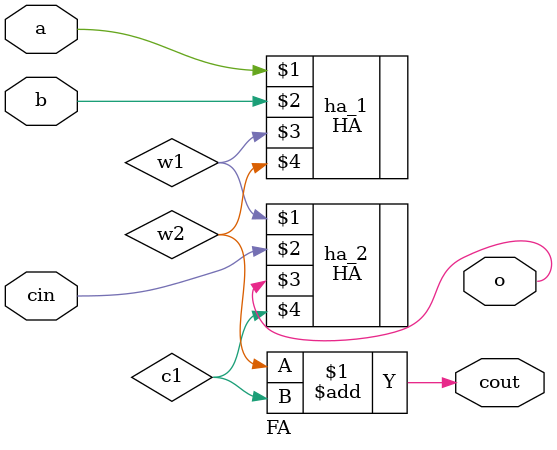
<source format=v>
`timescale 1ns / 1ps


module FA(
input a,b,
input cin,
output o, cout
    );
    
    wire w1, w2, c1;
    
    HA ha_1(a, b, w1, w2);
    HA ha_2(w1, cin, o, c1);
    assign cout = w2 + c1;
    
endmodule

</source>
